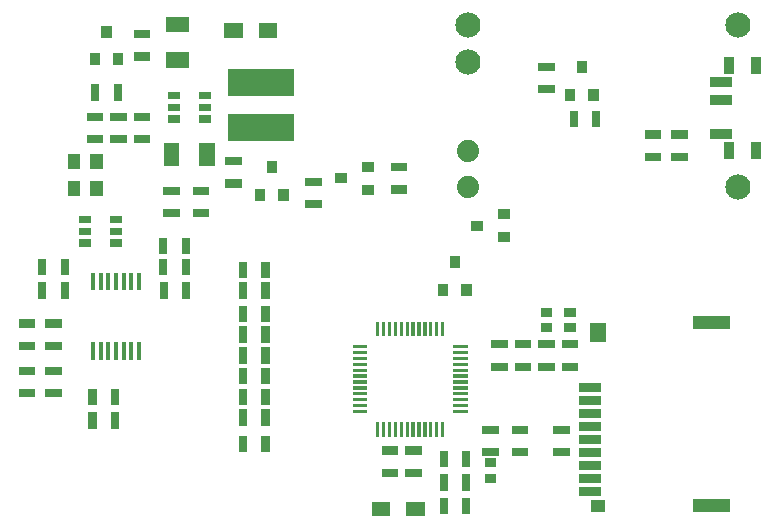
<source format=gbr>
G04 start of page 10 for group -4015 idx -4015 *
G04 Title: (unknown), toppaste *
G04 Creator: pcb 4.2.2 *
G04 CreationDate: Fri Aug 14 03:10:47 2020 UTC *
G04 For: harold *
G04 Format: Gerber/RS-274X *
G04 PCB-Dimensions (mil): 6000.00 5000.00 *
G04 PCB-Coordinate-Origin: lower left *
%MOIN*%
%FSLAX25Y25*%
%LNTOPPASTE*%
%ADD102C,0.0740*%
%ADD101C,0.0840*%
%ADD100C,0.0001*%
G54D100*G36*
X357479Y239763D02*Y237003D01*
X362993D01*
Y239763D01*
X357479D01*
G37*
G36*
Y247249D02*Y244489D01*
X362993D01*
Y247249D01*
X357479D01*
G37*
G36*
X409736Y346169D02*Y342807D01*
X417035D01*
Y346169D01*
X409736D01*
G37*
G36*
Y357587D02*Y354224D01*
X417035D01*
Y357587D01*
X409736D01*
G37*
G36*
Y363492D02*Y360130D01*
X417035D01*
Y363492D01*
X409736D01*
G37*
G36*
X417823Y341839D02*X414461D01*
Y336114D01*
X417823D01*
Y341839D01*
G37*
G36*
X426878D02*X423516D01*
Y336114D01*
X426878D01*
Y341839D01*
G37*
G36*
X417823Y370185D02*X414461D01*
Y364461D01*
X417823D01*
Y370185D01*
G37*
G36*
X426878D02*X423516D01*
Y364461D01*
X426878D01*
Y370185D01*
G37*
G36*
X344684Y268306D02*Y265546D01*
X350198D01*
Y268306D01*
X344684D01*
G37*
G36*
Y275792D02*Y273032D01*
X350198D01*
Y275792D01*
X344684D01*
G37*
G36*
X330035Y315639D02*Y312239D01*
X334035D01*
Y315639D01*
X330035D01*
G37*
G36*
X339235Y311739D02*Y308339D01*
X343235D01*
Y311739D01*
X339235D01*
G37*
G36*
Y319539D02*Y316139D01*
X343235D01*
Y319539D01*
X339235D01*
G37*
G36*
X366217Y261343D02*Y258343D01*
X373547D01*
Y261343D01*
X366217D01*
G37*
G36*
X366217Y257012D02*X366216Y254012D01*
X373547Y254011D01*
X373547Y257011D01*
X366217Y257012D01*
G37*
G36*
X366217Y252681D02*X366216Y249681D01*
X373547Y249680D01*
X373547Y252680D01*
X366217Y252681D01*
G37*
G36*
X373547Y245351D02*X373547Y248351D01*
X366216Y248350D01*
X366217Y245350D01*
X373547Y245351D01*
G37*
G36*
X366217Y244020D02*X366216Y241020D01*
X373547Y241019D01*
X373547Y244019D01*
X366217Y244020D01*
G37*
G36*
X366217Y239689D02*X366216Y236689D01*
X373547Y236688D01*
X373547Y239688D01*
X366217Y239689D01*
G37*
G36*
X366217Y235359D02*X366216Y232359D01*
X373547Y232357D01*
X373548Y235357D01*
X366217Y235359D01*
G37*
G36*
X366217Y231028D02*X366217Y228028D01*
X373547Y228028D01*
X373547Y231028D01*
X366217Y231028D01*
G37*
G36*
X366217Y226697D02*X366216Y223697D01*
X373547Y223696D01*
X373547Y226696D01*
X366217Y226697D01*
G37*
G36*
X374638Y218473D02*X374637Y222473D01*
X370047Y222472D01*
X370048Y218472D01*
X374638Y218473D01*
G37*
G36*
X404050Y222919D02*Y218419D01*
X416424D01*
Y222919D01*
X404050D01*
G37*
G36*
Y283943D02*Y279443D01*
X416424D01*
Y283943D01*
X404050D01*
G37*
G36*
X375188Y281493D02*X369688Y281487D01*
X369695Y275200D01*
X375195Y275205D01*
X375188Y281493D01*
G37*
G36*
X352558Y268306D02*Y265546D01*
X358072D01*
Y268306D01*
X352558D01*
G37*
G36*
Y275792D02*Y273032D01*
X358072D01*
Y275792D01*
X352558D01*
G37*
G36*
X360432Y268306D02*Y265546D01*
X365946D01*
Y268306D01*
X360432D01*
G37*
G36*
Y275792D02*Y273032D01*
X365946D01*
Y275792D01*
X360432D01*
G37*
G36*
X336810Y268306D02*Y265546D01*
X342324D01*
Y268306D01*
X336810D01*
G37*
G36*
Y275792D02*Y273032D01*
X342324D01*
Y275792D01*
X336810D01*
G37*
G36*
X343700Y239763D02*Y237003D01*
X349214D01*
Y239763D01*
X343700D01*
G37*
G36*
Y247249D02*Y244489D01*
X349214D01*
Y247249D01*
X343700D01*
G37*
G36*
X326466Y303823D02*X323066D01*
Y299823D01*
X326466D01*
Y303823D01*
G37*
G36*
X322566Y294623D02*X319166D01*
Y290623D01*
X322566D01*
Y294623D01*
G37*
G36*
X330366D02*X326966D01*
Y290623D01*
X330366D01*
Y294623D01*
G37*
G36*
X209842Y344094D02*Y341334D01*
X215356D01*
Y344094D01*
X209842D01*
G37*
G36*
Y351580D02*Y348820D01*
X215356D01*
Y351580D01*
X209842D01*
G37*
G36*
X206299Y361025D02*X203539D01*
Y355511D01*
X206299D01*
Y361025D01*
G37*
G36*
X213785D02*X211025D01*
Y355511D01*
X213785D01*
Y361025D01*
G37*
G36*
X210325Y380594D02*X206925D01*
Y376594D01*
X210325D01*
Y380594D01*
G37*
G36*
X206425Y371394D02*X203025D01*
Y367394D01*
X206425D01*
Y371394D01*
G37*
G36*
X214225D02*X210825D01*
Y367394D01*
X214225D01*
Y371394D01*
G37*
G36*
X217716Y344094D02*Y341334D01*
X223230D01*
Y344094D01*
X217716D01*
G37*
G36*
Y351580D02*Y348820D01*
X223230D01*
Y351580D01*
X217716D01*
G37*
G36*
Y371653D02*Y368893D01*
X223230D01*
Y371653D01*
X217716D01*
G37*
G36*
Y379139D02*Y376379D01*
X223230D01*
Y379139D01*
X217716D01*
G37*
G36*
X249107Y351091D02*Y342217D01*
X270973D01*
Y351091D01*
X249107D01*
G37*
G36*
Y366051D02*Y357177D01*
X270973D01*
Y366051D01*
X249107D01*
G37*
G36*
X201968Y344094D02*Y341334D01*
X207482D01*
Y344094D01*
X201968D01*
G37*
G36*
Y351580D02*Y348820D01*
X207482D01*
Y351580D01*
X201968D01*
G37*
G36*
X228544Y371654D02*Y366536D01*
X236024D01*
Y371654D01*
X228544D01*
G37*
G36*
Y383464D02*Y378346D01*
X236024D01*
Y383464D01*
X228544D01*
G37*
G36*
X239315Y358483D02*Y356083D01*
X243315D01*
Y358483D01*
X239315D01*
G37*
G36*
Y354583D02*Y352183D01*
X243315D01*
Y354583D01*
X239315D01*
G37*
G36*
Y350683D02*Y348283D01*
X243315D01*
Y350683D01*
X239315D01*
G37*
G36*
X229115D02*Y348283D01*
X233115D01*
Y350683D01*
X229115D01*
G37*
G36*
Y354583D02*Y352183D01*
X233115D01*
Y354583D01*
X229115D01*
G37*
G36*
Y358483D02*Y356083D01*
X233115D01*
Y358483D01*
X229115D01*
G37*
G36*
X248228Y329330D02*Y326570D01*
X253742D01*
Y329330D01*
X248228D01*
G37*
G36*
Y336816D02*Y334056D01*
X253742D01*
Y336816D01*
X248228D01*
G37*
G36*
X232875Y341338D02*X227757D01*
Y333858D01*
X232875D01*
Y341338D01*
G37*
G36*
X244685D02*X239567D01*
Y333858D01*
X244685D01*
Y341338D01*
G37*
G36*
X237401Y326973D02*Y324213D01*
X242915D01*
Y326973D01*
X237401D01*
G37*
G36*
Y319487D02*Y316727D01*
X242915D01*
Y319487D01*
X237401D01*
G37*
G36*
X265443Y335319D02*X262043D01*
Y331319D01*
X265443D01*
Y335319D01*
G37*
G36*
X261543Y326119D02*X258143D01*
Y322119D01*
X261543D01*
Y326119D01*
G37*
G36*
X269343D02*X265943D01*
Y322119D01*
X269343D01*
Y326119D01*
G37*
G36*
X284760Y331387D02*Y327987D01*
X288760D01*
Y331387D01*
X284760D01*
G37*
G36*
X293960Y327487D02*Y324087D01*
X297960D01*
Y327487D01*
X293960D01*
G37*
G36*
Y335287D02*Y331887D01*
X297960D01*
Y335287D01*
X293960D01*
G37*
G36*
X303346Y327361D02*Y324601D01*
X308860D01*
Y327361D01*
X303346D01*
G37*
G36*
Y334847D02*Y332087D01*
X308860D01*
Y334847D01*
X303346D01*
G37*
G36*
X227558Y319487D02*Y316727D01*
X233072D01*
Y319487D01*
X227558D01*
G37*
G36*
Y326973D02*Y324213D01*
X233072D01*
Y326973D01*
X227558D01*
G37*
G36*
X199910Y337705D02*X195760D01*
Y332768D01*
X199910D01*
Y337705D01*
G37*
G36*
Y328650D02*X195760D01*
Y323713D01*
X199910D01*
Y328650D01*
G37*
G36*
X207390D02*X203241D01*
Y323713D01*
X207390D01*
Y328650D01*
G37*
G36*
Y337705D02*X203241D01*
Y332768D01*
X207390D01*
Y337705D01*
G37*
G36*
X196068Y302954D02*X193308D01*
Y297440D01*
X196068D01*
Y302954D01*
G37*
G36*
X188582D02*X185822D01*
Y297440D01*
X188582D01*
Y302954D01*
G37*
G36*
X196068Y295080D02*X193308D01*
Y289566D01*
X196068D01*
Y295080D01*
G37*
G36*
X188582D02*X185822D01*
Y289566D01*
X188582D01*
Y295080D01*
G37*
G36*
X204784Y275000D02*X203485D01*
Y269095D01*
X204784D01*
Y275000D01*
G37*
G36*
X207343D02*X206044D01*
Y269095D01*
X207343D01*
Y275000D01*
G37*
G36*
X209902D02*X208603D01*
Y269095D01*
X209902D01*
Y275000D01*
G37*
G36*
X212461D02*X211162D01*
Y269095D01*
X212461D01*
Y275000D01*
G37*
G36*
X215020D02*X213721D01*
Y269095D01*
X215020D01*
Y275000D01*
G37*
G36*
X217579D02*X216280D01*
Y269095D01*
X217579D01*
Y275000D01*
G37*
G36*
X220138D02*X218839D01*
Y269095D01*
X220138D01*
Y275000D01*
G37*
G36*
Y298228D02*X218839D01*
Y292323D01*
X220138D01*
Y298228D01*
G37*
G36*
X217579D02*X216280D01*
Y292323D01*
X217579D01*
Y298228D01*
G37*
G36*
X215020D02*X213721D01*
Y292323D01*
X215020D01*
Y298228D01*
G37*
G36*
X212461D02*X211162D01*
Y292323D01*
X212461D01*
Y298228D01*
G37*
G36*
X209902D02*X208603D01*
Y292323D01*
X209902D01*
Y298228D01*
G37*
G36*
X207343D02*X206044D01*
Y292323D01*
X207343D01*
Y298228D01*
G37*
G36*
X204784D02*X203485D01*
Y292323D01*
X204784D01*
Y298228D01*
G37*
G36*
X209787Y317145D02*Y314745D01*
X213787D01*
Y317145D01*
X209787D01*
G37*
G36*
Y313245D02*Y310845D01*
X213787D01*
Y313245D01*
X209787D01*
G37*
G36*
Y309345D02*Y306945D01*
X213787D01*
Y309345D01*
X209787D01*
G37*
G36*
X199587D02*Y306945D01*
X203587D01*
Y309345D01*
X199587D01*
G37*
G36*
Y313245D02*Y310845D01*
X203587D01*
Y313245D01*
X199587D01*
G37*
G36*
Y317145D02*Y314745D01*
X203587D01*
Y317145D01*
X199587D01*
G37*
G36*
X205314Y259647D02*X202554D01*
Y254133D01*
X205314D01*
Y259647D01*
G37*
G36*
X212800D02*X210040D01*
Y254133D01*
X212800D01*
Y259647D01*
G37*
G36*
X228936Y302954D02*X226176D01*
Y297440D01*
X228936D01*
Y302954D01*
G37*
G36*
X236422D02*X233662D01*
Y297440D01*
X236422D01*
Y302954D01*
G37*
G36*
X228936Y309844D02*X226176D01*
Y304330D01*
X228936D01*
Y309844D01*
G37*
G36*
X236422D02*X233662D01*
Y304330D01*
X236422D01*
Y309844D01*
G37*
G36*
X229130Y295080D02*X226370D01*
Y289566D01*
X229130D01*
Y295080D01*
G37*
G36*
X236616D02*X233856D01*
Y289566D01*
X236616D01*
Y295080D01*
G37*
G36*
X188188Y275196D02*Y272436D01*
X193702D01*
Y275196D01*
X188188D01*
G37*
G36*
Y282682D02*Y279922D01*
X193702D01*
Y282682D01*
X188188D01*
G37*
G36*
Y259448D02*Y256688D01*
X193702D01*
Y259448D01*
X188188D01*
G37*
G36*
Y266934D02*Y264174D01*
X193702D01*
Y266934D01*
X188188D01*
G37*
G36*
X290664Y274173D02*Y273071D01*
X295557D01*
Y274173D01*
X290664D01*
G37*
G36*
X295557Y271103D02*X295557Y272205D01*
X290664Y272204D01*
X290664Y271102D01*
X295557Y271103D01*
G37*
G36*
X290664Y270236D02*Y269134D01*
X295557D01*
Y270236D01*
X290664D01*
G37*
G36*
X295557Y267166D02*X295557Y268268D01*
X290664Y268268D01*
X290664Y267166D01*
X295557Y267166D01*
G37*
G36*
X295557Y265197D02*X295557Y266299D01*
X290664Y266299D01*
X290664Y265197D01*
X295557Y265197D01*
G37*
G36*
X295557Y263229D02*X295557Y264331D01*
X290664Y264331D01*
X290664Y263229D01*
X295557Y263229D01*
G37*
G36*
X290664Y262362D02*Y261260D01*
X295557D01*
Y262362D01*
X290664D01*
G37*
G36*
X295557Y259292D02*X295557Y260394D01*
X290664Y260393D01*
X290664Y259291D01*
X295557Y259292D01*
G37*
G36*
X290664Y258425D02*Y257323D01*
X295557D01*
Y258425D01*
X290664D01*
G37*
G36*
X295557Y255355D02*X295557Y256457D01*
X290664Y256456D01*
X290664Y255354D01*
X295557Y255355D01*
G37*
G36*
X290664Y254488D02*Y253386D01*
X295557D01*
Y254488D01*
X290664D01*
G37*
G36*
X295557Y251418D02*X295557Y252520D01*
X290664Y252519D01*
X290664Y251417D01*
X295557Y251418D01*
G37*
G36*
X299562Y248517D02*X298460D01*
Y243623D01*
X299562D01*
Y248517D01*
G37*
G36*
X301529Y248517D02*X300427Y248517D01*
X300428Y243623D01*
X301530Y243624D01*
X301529Y248517D01*
G37*
G36*
X303499Y248517D02*X302397D01*
Y243623D01*
X303499D01*
Y248517D01*
G37*
G36*
X305466Y248517D02*X304364Y248517D01*
X304365Y243623D01*
X305467Y243623D01*
X305466Y248517D01*
G37*
G36*
X307435Y248517D02*X306333Y248517D01*
X306334Y243623D01*
X307436Y243623D01*
X307435Y248517D01*
G37*
G36*
X309403Y248517D02*X308301Y248517D01*
X308302Y243623D01*
X309404Y243623D01*
X309403Y248517D01*
G37*
G36*
X311372Y248517D02*X310270Y248517D01*
X310271Y243623D01*
X311373Y243623D01*
X311372Y248517D01*
G37*
G36*
X313340Y248517D02*X312238Y248517D01*
X312239Y243623D01*
X313341Y243623D01*
X313340Y248517D01*
G37*
G36*
X315309Y248517D02*X314207Y248517D01*
X314208Y243623D01*
X315310Y243623D01*
X315309Y248517D01*
G37*
G36*
X317277Y248517D02*X316175Y248517D01*
X316176Y243623D01*
X317278Y243623D01*
X317277Y248517D01*
G37*
G36*
X319246Y248517D02*X318144Y248517D01*
X318145Y243623D01*
X319247Y243623D01*
X319246Y248517D01*
G37*
G36*
X321214Y248517D02*X320112Y248517D01*
X320113Y243623D01*
X321215Y243624D01*
X321214Y248517D01*
G37*
G36*
X324116Y252521D02*Y251419D01*
X329009D01*
Y252521D01*
X324116D01*
G37*
G36*
X329009Y253388D02*X329009Y254490D01*
X324115Y254489D01*
X324116Y253387D01*
X329009Y253388D01*
G37*
G36*
X324116Y256458D02*Y255356D01*
X329009D01*
Y256458D01*
X324116D01*
G37*
G36*
X329009Y257325D02*X329009Y258427D01*
X324115Y258426D01*
X324116Y257324D01*
X329009Y257325D01*
G37*
G36*
X324116Y260395D02*Y259293D01*
X329009D01*
Y260395D01*
X324116D01*
G37*
G36*
X329009Y261262D02*X329009Y262364D01*
X324115Y262363D01*
X324116Y261261D01*
X329009Y261262D01*
G37*
G36*
X324116Y264332D02*Y263230D01*
X329009D01*
Y264332D01*
X324116D01*
G37*
G36*
X329009Y265199D02*X329009Y266301D01*
X324115Y266300D01*
X324116Y265198D01*
X329009Y265199D01*
G37*
G36*
X324116Y268269D02*Y267167D01*
X329009D01*
Y268269D01*
X324116D01*
G37*
G36*
X329009Y269136D02*X329009Y270238D01*
X324115Y270237D01*
X324116Y269135D01*
X329009Y269136D01*
G37*
G36*
X324116Y272206D02*Y271104D01*
X329009D01*
Y272206D01*
X324116D01*
G37*
G36*
X329009Y273073D02*X329009Y274175D01*
X324115Y274174D01*
X324116Y273072D01*
X329009Y273073D01*
G37*
G36*
X321214Y281969D02*X320112Y281969D01*
X320112Y277075D01*
X321214Y277075D01*
X321214Y281969D01*
G37*
G36*
X319245Y281969D02*X318143D01*
Y277075D01*
X319245D01*
Y281969D01*
G37*
G36*
X317277Y281969D02*X316175Y281969D01*
X316175Y277075D01*
X317277Y277075D01*
X317277Y281969D01*
G37*
G36*
X315308Y281969D02*X314206D01*
Y277075D01*
X315308D01*
Y281969D01*
G37*
G36*
X313340Y281969D02*X312238Y281969D01*
X312238Y277075D01*
X313340Y277075D01*
X313340Y281969D01*
G37*
G36*
X311371Y281969D02*X310269D01*
Y277075D01*
X311371D01*
Y281969D01*
G37*
G36*
X309403Y281969D02*X308301Y281969D01*
X308301Y277075D01*
X309403Y277075D01*
X309403Y281969D01*
G37*
G36*
X307434Y281969D02*X306332D01*
Y277075D01*
X307434D01*
Y281969D01*
G37*
G36*
X305466Y281969D02*X304364Y281969D01*
X304364Y277075D01*
X305466Y277075D01*
X305466Y281969D01*
G37*
G36*
X303497Y281969D02*X302395D01*
Y277075D01*
X303497D01*
Y281969D01*
G37*
G36*
X301529Y281969D02*X300427Y281969D01*
X300426Y277075D01*
X301528Y277075D01*
X301529Y281969D01*
G37*
G36*
X299560Y281969D02*X298458D01*
Y277075D01*
X299560D01*
Y281969D01*
G37*
G54D101*X419291Y380709D03*
Y326772D03*
X329134Y380709D03*
Y368504D03*
G54D102*Y338977D03*
Y326772D03*
G54D100*G36*
X262997Y259647D02*X260237D01*
Y254133D01*
X262997D01*
Y259647D01*
G37*
G36*
X255511D02*X252751D01*
Y254133D01*
X255511D01*
Y259647D01*
G37*
G36*
X262997Y243899D02*X260237D01*
Y238385D01*
X262997D01*
Y243899D01*
G37*
G36*
X255511D02*X252751D01*
Y238385D01*
X255511D01*
Y243899D01*
G37*
G36*
X322440Y223229D02*X319680D01*
Y217715D01*
X322440D01*
Y223229D01*
G37*
G36*
X329926D02*X327166D01*
Y217715D01*
X329926D01*
Y223229D01*
G37*
G36*
X262997Y252757D02*X260237D01*
Y247243D01*
X262997D01*
Y252757D01*
G37*
G36*
X255511D02*X252751D01*
Y247243D01*
X255511D01*
Y252757D01*
G37*
G36*
X300393Y240359D02*Y237599D01*
X305907D01*
Y240359D01*
X300393D01*
G37*
G36*
Y232873D02*Y230113D01*
X305907D01*
Y232873D01*
X300393D01*
G37*
G36*
X308267Y240359D02*Y237599D01*
X313781D01*
Y240359D01*
X308267D01*
G37*
G36*
Y232873D02*Y230113D01*
X313781D01*
Y232873D01*
X308267D01*
G37*
G36*
X365747Y352166D02*X362987D01*
Y346652D01*
X365747D01*
Y352166D01*
G37*
G36*
X373233D02*X370473D01*
Y346652D01*
X373233D01*
Y352166D01*
G37*
G36*
X352558Y360826D02*Y358066D01*
X358072D01*
Y360826D01*
X352558D01*
G37*
G36*
Y368312D02*Y365552D01*
X358072D01*
Y368312D01*
X352558D01*
G37*
G36*
X368789Y368783D02*X365389D01*
Y364783D01*
X368789D01*
Y368783D01*
G37*
G36*
X364889Y359583D02*X361489D01*
Y355583D01*
X364889D01*
Y359583D01*
G37*
G36*
X372689D02*X369289D01*
Y355583D01*
X372689D01*
Y359583D01*
G37*
G36*
X396849Y345674D02*Y342914D01*
X402363D01*
Y345674D01*
X396849D01*
G37*
G36*
Y338188D02*Y335428D01*
X402363D01*
Y338188D01*
X396849D01*
G37*
G36*
X387991Y345674D02*Y342914D01*
X393505D01*
Y345674D01*
X387991D01*
G37*
G36*
Y338188D02*Y335428D01*
X393505D01*
Y338188D01*
X387991D01*
G37*
G36*
X361221Y286515D02*Y283563D01*
X365157D01*
Y286515D01*
X361221D01*
G37*
G36*
Y281397D02*Y278445D01*
X365157D01*
Y281397D01*
X361221D01*
G37*
G36*
X353347Y286515D02*Y283563D01*
X357283D01*
Y286515D01*
X353347D01*
G37*
G36*
Y281397D02*Y278445D01*
X357283D01*
Y281397D01*
X353347D01*
G37*
G36*
X255511Y295080D02*X252751D01*
Y289566D01*
X255511D01*
Y295080D01*
G37*
G36*
X262997D02*X260237D01*
Y289566D01*
X262997D01*
Y295080D01*
G37*
G36*
X255511Y287206D02*X252751D01*
Y281692D01*
X255511D01*
Y287206D01*
G37*
G36*
X262997D02*X260237D01*
Y281692D01*
X262997D01*
Y287206D01*
G37*
G36*
Y301970D02*X260237D01*
Y296456D01*
X262997D01*
Y301970D01*
G37*
G36*
X255511D02*X252751D01*
Y296456D01*
X255511D01*
Y301970D01*
G37*
G36*
X274802Y329926D02*Y327166D01*
X280316D01*
Y329926D01*
X274802D01*
G37*
G36*
Y322440D02*Y319680D01*
X280316D01*
Y322440D01*
X274802D01*
G37*
G36*
X322440Y231103D02*X319680D01*
Y225589D01*
X322440D01*
Y231103D01*
G37*
G36*
X329926D02*X327166D01*
Y225589D01*
X329926D01*
Y231103D01*
G37*
G36*
X322440Y238977D02*X319680D01*
Y233463D01*
X322440D01*
Y238977D01*
G37*
G36*
X329926D02*X327166D01*
Y233463D01*
X329926D01*
Y238977D01*
G37*
G36*
X247925Y381406D02*Y376469D01*
X254043D01*
Y381406D01*
X247925D01*
G37*
G36*
X259343D02*Y376469D01*
X265461D01*
Y381406D01*
X259343D01*
G37*
G36*
X297138Y221957D02*Y217020D01*
X303256D01*
Y221957D01*
X297138D01*
G37*
G36*
X308555D02*Y217020D01*
X314673D01*
Y221957D01*
X308555D01*
G37*
G36*
X255511Y266537D02*X252751D01*
Y261023D01*
X255511D01*
Y266537D01*
G37*
G36*
X262997D02*X260237D01*
Y261023D01*
X262997D01*
Y266537D01*
G37*
G36*
X255511Y280316D02*X252751D01*
Y274802D01*
X255511D01*
Y280316D01*
G37*
G36*
X262997D02*X260237D01*
Y274802D01*
X262997D01*
Y280316D01*
G37*
G36*
X255511Y273426D02*X252751D01*
Y267912D01*
X255511D01*
Y273426D01*
G37*
G36*
X262997D02*X260237D01*
Y267912D01*
X262997D01*
Y273426D01*
G37*
G36*
X179330Y275196D02*Y272436D01*
X184844D01*
Y275196D01*
X179330D01*
G37*
G36*
Y282682D02*Y279922D01*
X184844D01*
Y282682D01*
X179330D01*
G37*
G36*
X205314Y251773D02*X202554D01*
Y246259D01*
X205314D01*
Y251773D01*
G37*
G36*
X212800D02*X210040D01*
Y246259D01*
X212800D01*
Y251773D01*
G37*
G36*
X179330Y259448D02*Y256688D01*
X184844D01*
Y259448D01*
X179330D01*
G37*
G36*
Y266934D02*Y264174D01*
X184844D01*
Y266934D01*
X179330D01*
G37*
G36*
X334646Y231200D02*Y228248D01*
X338582D01*
Y231200D01*
X334646D01*
G37*
G36*
Y236318D02*Y233366D01*
X338582D01*
Y236318D01*
X334646D01*
G37*
G36*
X333857Y247249D02*Y244489D01*
X339371D01*
Y247249D01*
X333857D01*
G37*
G36*
Y239763D02*Y237003D01*
X339371D01*
Y239763D01*
X333857D01*
G37*
M02*

</source>
